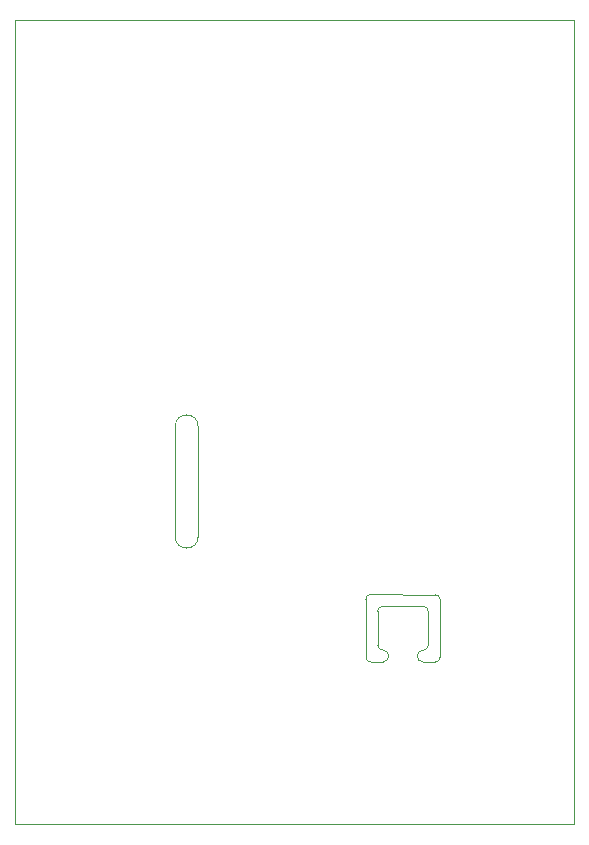
<source format=gbr>
%TF.GenerationSoftware,KiCad,Pcbnew,7.0.2*%
%TF.CreationDate,2023-05-17T08:24:27+02:00*%
%TF.ProjectId,Solar Cell offgrid Power,536f6c61-7220-4436-956c-6c206f666667,rev?*%
%TF.SameCoordinates,Original*%
%TF.FileFunction,Profile,NP*%
%FSLAX46Y46*%
G04 Gerber Fmt 4.6, Leading zero omitted, Abs format (unit mm)*
G04 Created by KiCad (PCBNEW 7.0.2) date 2023-05-17 08:24:27*
%MOMM*%
%LPD*%
G01*
G04 APERTURE LIST*
%TA.AperFunction,Profile*%
%ADD10C,0.100000*%
%TD*%
G04 APERTURE END LIST*
D10*
X124730000Y-100090000D02*
G75*
G03*
X122790000Y-100090000I-970000J0D01*
G01*
X144800001Y-120050472D02*
G75*
G03*
X145209999Y-119620000I-301J410772D01*
G01*
X138927245Y-114743098D02*
X138932611Y-119632755D01*
X144210492Y-115739999D02*
G75*
G03*
X143780000Y-115330001I-410392J99D01*
G01*
X140350000Y-120040000D02*
X139363098Y-120042754D01*
X143800001Y-119030477D02*
G75*
G03*
X144209999Y-118599999I-201J410677D01*
G01*
X139919518Y-118610001D02*
G75*
G03*
X140350000Y-119019999I410582J101D01*
G01*
X138932554Y-119632755D02*
G75*
G03*
X139363098Y-120042754I410446J-45D01*
G01*
X144789513Y-114340001D02*
X139337244Y-114312611D01*
X145210000Y-119620000D02*
X145220000Y-114750000D01*
X140350000Y-120040000D02*
G75*
G03*
X140350000Y-119020000I100J510000D01*
G01*
X109190000Y-65690000D02*
X156570000Y-65690000D01*
X156570000Y-133780000D01*
X109190000Y-133780000D01*
X109190000Y-65690000D01*
X143800001Y-119030514D02*
G75*
G03*
X143800001Y-120050486I199J-509986D01*
G01*
X139919513Y-118610001D02*
X139930000Y-115750000D01*
X144210000Y-118599999D02*
X144210487Y-115739999D01*
X139337244Y-114312563D02*
G75*
G03*
X138927245Y-114743098I156J-410637D01*
G01*
X145219995Y-114750000D02*
G75*
G03*
X144789513Y-114340002I-410295J200D01*
G01*
X140339999Y-115319513D02*
X143780000Y-115330000D01*
X122790000Y-100090000D02*
X122790000Y-109430000D01*
X122790000Y-109430000D02*
G75*
G03*
X124730000Y-109430000I970000J0D01*
G01*
X124730000Y-100090000D02*
X124730000Y-109430000D01*
X144800001Y-120050487D02*
X143800001Y-120050486D01*
X140339999Y-115319503D02*
G75*
G03*
X139930001Y-115750000I-199J-410297D01*
G01*
M02*

</source>
